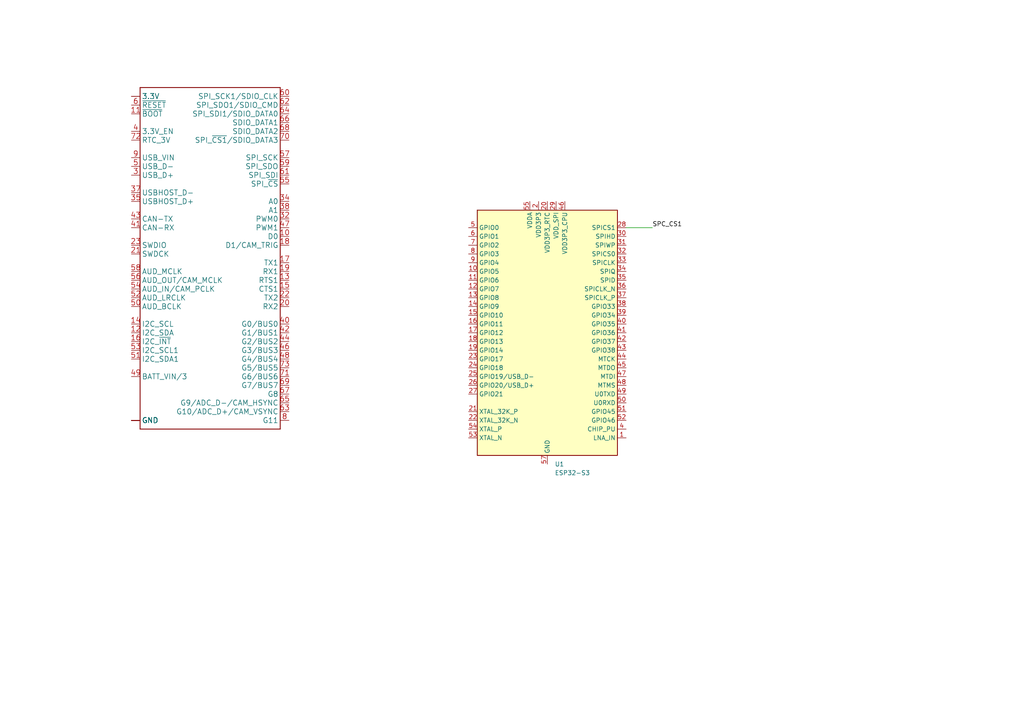
<source format=kicad_sch>
(kicad_sch (version 20250114) (generator "eeschema") (generator_version "9.0")
  (paper "A4")
  (lib_symbols
    (symbol "MCU_Espressif:ESP32-S3"
      (property "Reference" "U" (at 10.16 -38.1 0))
      (property "Value" "ESP32-S3" (at 13.97 -40.64 0))
      (symbol "ESP32-S3_0_1"
        (rectangle (start -20.32 35.56) (end 20.32 -35.56) (stroke (width 0.254)) (fill (type background)))
      )
      (symbol "ESP32-S3_1_0"
        (pin passive line (at -5.08 38.1 270) (length 2.54) (hide yes) (name "VDDA") (number "56"))
        (pin bidirectional line (at 22.86 12.7 180) (length 2.54) (name "SPICLK_N") (number "36"))
        (pin bidirectional line (at 22.86 -10.16 180) (length 2.54) (name "MTDO") (number "45"))
        (pin bidirectional line (at 22.86 -22.86 180) (length 2.54) (name "GPIO45") (number "51"))
      )
      (symbol "ESP32-S3_1_1"
        (pin bidirectional line (at -22.86 30.48 0) (length 2.54) (name "GPIO0") (number "5"))
        (pin bidirectional line (at -22.86 27.94 0) (length 2.54) (name "GPIO1") (number "6"))
        (pin bidirectional line (at -22.86 25.4 0) (length 2.54) (name "GPIO2") (number "7"))
        (pin bidirectional line (at -22.86 22.86 0) (length 2.54) (name "GPIO3") (number "8"))
        (pin bidirectional line (at -22.86 20.32 0) (length 2.54) (name "GPIO4") (number "9"))
        (pin bidirectional line (at -22.86 17.78 0) (length 2.54) (name "GPIO5") (number "10"))
        (pin bidirectional line (at -22.86 15.24 0) (length 2.54) (name "GPIO6") (number "11"))
        (pin bidirectional line (at -22.86 12.7 0) (length 2.54) (name "GPIO7") (number "12"))
        (pin bidirectional line (at -22.86 10.16 0) (length 2.54) (name "GPIO8") (number "13"))
        (pin bidirectional line (at -22.86 7.62 0) (length 2.54) (name "GPIO9") (number "14"))
        (pin bidirectional line (at -22.86 5.08 0) (length 2.54) (name "GPIO10") (number "15"))
        (pin bidirectional line (at -22.86 2.54 0) (length 2.54) (name "GPIO11") (number "16"))
        (pin bidirectional line (at -22.86 0 0) (length 2.54) (name "GPIO12") (number "17"))
        (pin bidirectional line (at -22.86 -2.54 0) (length 2.54) (name "GPIO13") (number "18"))
        (pin bidirectional line (at -22.86 -5.08 0) (length 2.54) (name "GPIO14") (number "19"))
        (pin bidirectional line (at -22.86 -7.62 0) (length 2.54) (name "GPIO17") (number "23"))
        (pin bidirectional line (at -22.86 -10.16 0) (length 2.54) (name "GPIO18") (number "24"))
        (pin bidirectional line (at -22.86 -12.7 0) (length 2.54) (name "GPIO19/USB_D-") (number "25"))
        (pin bidirectional line (at -22.86 -15.24 0) (length 2.54) (name "GPIO20/USB_D+") (number "26"))
        (pin bidirectional line (at -22.86 -17.78 0) (length 2.54) (name "GPIO21") (number "27"))
        (pin passive line (at -22.86 -22.86 0) (length 2.54) (name "XTAL_32K_P") (number "21"))
        (pin passive line (at -22.86 -25.4 0) (length 2.54) (name "XTAL_32K_N") (number "22"))
        (pin input line (at -22.86 -27.94 0) (length 2.54) (name "XTAL_P") (number "54"))
        (pin output line (at -22.86 -30.48 0) (length 2.54) (name "XTAL_N") (number "53"))
        (pin power_in line (at -5.08 38.1 270) (length 2.54) (name "VDDA") (number "55"))
        (pin power_in line (at -2.54 38.1 270) (length 2.54) (name "VDD3P3") (number "2"))
        (pin passive line (at -2.54 38.1 270) (length 2.54) (hide yes) (name "VDD3P3") (number "3"))
        (pin power_in line (at 0 38.1 270) (length 2.54) (name "VDD3P3_RTC") (number "20"))
        (pin power_in line (at 0 -38.1 90) (length 2.54) (name "GND") (number "57"))
        (pin power_in line (at 2.54 38.1 270) (length 2.54) (name "VDD_SPI") (number "29"))
        (pin power_in line (at 5.08 38.1 270) (length 2.54) (name "VDD3P3_CPU") (number "46"))
        (pin bidirectional line (at 22.86 30.48 180) (length 2.54) (name "SPICS1") (number "28"))
        (pin bidirectional line (at 22.86 27.94 180) (length 2.54) (name "SPIHD") (number "30"))
        (pin bidirectional line (at 22.86 25.4 180) (length 2.54) (name "SPIWP") (number "31"))
        (pin bidirectional line (at 22.86 22.86 180) (length 2.54) (name "SPICS0") (number "32"))
        (pin bidirectional line (at 22.86 20.32 180) (length 2.54) (name "SPICLK") (number "33"))
        (pin bidirectional line (at 22.86 17.78 180) (length 2.54) (name "SPIQ") (number "34"))
        (pin bidirectional line (at 22.86 15.24 180) (length 2.54) (name "SPID") (number "35"))
        (pin bidirectional line (at 22.86 10.16 180) (length 2.54) (name "SPICLK_P") (number "37"))
        (pin bidirectional line (at 22.86 7.62 180) (length 2.54) (name "GPIO33") (number "38"))
        (pin bidirectional line (at 22.86 5.08 180) (length 2.54) (name "GPIO34") (number "39"))
        (pin bidirectional line (at 22.86 2.54 180) (length 2.54) (name "GPIO35") (number "40"))
        (pin bidirectional line (at 22.86 0 180) (length 2.54) (name "GPIO36") (number "41"))
        (pin bidirectional line (at 22.86 -2.54 180) (length 2.54) (name "GPIO37") (number "42"))
        (pin bidirectional line (at 22.86 -5.08 180) (length 2.54) (name "GPIO38") (number "43"))
        (pin bidirectional line (at 22.86 -7.62 180) (length 2.54) (name "MTCK") (number "44"))
        (pin bidirectional line (at 22.86 -12.7 180) (length 2.54) (name "MTDI") (number "47"))
        (pin bidirectional line (at 22.86 -15.24 180) (length 2.54) (name "MTMS") (number "48"))
        (pin bidirectional line (at 22.86 -17.78 180) (length 2.54) (name "U0TXD") (number "49"))
        (pin bidirectional line (at 22.86 -20.32 180) (length 2.54) (name "U0RXD") (number "50"))
        (pin bidirectional line (at 22.86 -25.4 180) (length 2.54) (name "GPIO46") (number "52"))
        (pin input line (at 22.86 -27.94 180) (length 2.54) (name "CHIP_PU") (number "4"))
        (pin bidirectional line (at 22.86 -30.48 180) (length 2.54) (name "LNA_IN") (number "1"))
      )
    )
    (symbol "SparkFunEagleMicroMod:MICROMOD-2222"
      (symbol "MICROMOD-2222_1_0"
        (polyline (pts (xy -20.32 53.34) (xy 20.32 53.34)) (stroke (width 0.254)))
        (polyline (pts (xy -20.32 -45.72) (xy -20.32 53.34)) (stroke (width 0.254)))
        (polyline (pts (xy 20.32 53.34) (xy 20.32 -45.72)) (stroke (width 0.254)))
        (polyline (pts (xy 20.32 -45.72) (xy -20.32 -45.72)) (stroke (width 0.254)))
        (pin bidirectional line (at -22.86 50.8 0) (length 2.54) (name "3.3V") (number "2"))
        (pin bidirectional line (at -22.86 50.8 0) (length 2.54) (name "3.3V") (number "74"))
        (pin bidirectional line (at -22.86 48.26 0) (length 2.54) (name "~{RESET}") (number "6"))
        (pin bidirectional line (at -22.86 45.72 0) (length 2.54) (name "~{BOOT}") (number "11"))
        (pin bidirectional line (at -22.86 40.64 0) (length 2.54) (name "3.3V_EN") (number "4"))
        (pin bidirectional line (at -22.86 38.1 0) (length 2.54) (name "RTC_3V") (number "72"))
        (pin bidirectional line (at -22.86 33.02 0) (length 2.54) (name "USB_VIN") (number "9"))
        (pin bidirectional line (at -22.86 30.48 0) (length 2.54) (name "USB_D-") (number "5"))
        (pin bidirectional line (at -22.86 27.94 0) (length 2.54) (name "USB_D+") (number "3"))
        (pin bidirectional line (at -22.86 22.86 0) (length 2.54) (name "USBHOST_D-") (number "37"))
        (pin bidirectional line (at -22.86 20.32 0) (length 2.54) (name "USBHOST_D+") (number "35"))
        (pin bidirectional line (at -22.86 15.24 0) (length 2.54) (name "CAN-TX") (number "43"))
        (pin bidirectional line (at -22.86 12.7 0) (length 2.54) (name "CAN-RX") (number "41"))
        (pin bidirectional line (at -22.86 7.62 0) (length 2.54) (name "SWDIO") (number "23"))
        (pin bidirectional line (at -22.86 5.08 0) (length 2.54) (name "SWDCK") (number "21"))
        (pin bidirectional line (at -22.86 0 0) (length 2.54) (name "AUD_MCLK") (number "58"))
        (pin bidirectional line (at -22.86 -2.54 0) (length 2.54) (name "AUD_OUT/CAM_MCLK") (number "56"))
        (pin bidirectional line (at -22.86 -5.08 0) (length 2.54) (name "AUD_IN/CAM_PCLK") (number "54"))
        (pin bidirectional line (at -22.86 -7.62 0) (length 2.54) (name "AUD_LRCLK") (number "52"))
        (pin bidirectional line (at -22.86 -10.16 0) (length 2.54) (name "AUD_BCLK") (number "50"))
        (pin bidirectional line (at -22.86 -15.24 0) (length 2.54) (name "I2C_SCL") (number "14"))
        (pin bidirectional line (at -22.86 -17.78 0) (length 2.54) (name "I2C_SDA") (number "12"))
        (pin bidirectional line (at -22.86 -20.32 0) (length 2.54) (name "I2C_~{INT}") (number "16"))
        (pin bidirectional line (at -22.86 -22.86 0) (length 2.54) (name "I2C_SCL1") (number "53"))
        (pin bidirectional line (at -22.86 -25.4 0) (length 2.54) (name "I2C_SDA1") (number "51"))
        (pin bidirectional line (at -22.86 -30.48 0) (length 2.54) (name "BATT_VIN/3") (number "49"))
        (pin bidirectional line (at -22.86 -43.18 0) (length 2.54) (name "GND") (number "1"))
        (pin bidirectional line (at -22.86 -43.18 0) (length 2.54) (name "GND") (number "33"))
        (pin bidirectional line (at -22.86 -43.18 0) (length 2.54) (name "GND") (number "36"))
        (pin bidirectional line (at -22.86 -43.18 0) (length 2.54) (name "GND") (number "39"))
        (pin bidirectional line (at -22.86 -43.18 0) (length 2.54) (name "GND") (number "45"))
        (pin bidirectional line (at -22.86 -43.18 0) (length 2.54) (name "GND") (number "7"))
        (pin bidirectional line (at -22.86 -43.18 0) (length 2.54) (name "GND") (number "75"))
        (pin bidirectional line (at -22.86 -43.18 0) (length 2.54) (name "GND") (number "GND1"))
        (pin bidirectional line (at -22.86 -43.18 0) (length 2.54) (name "GND") (number "GND2"))
        (pin bidirectional line (at -22.86 -43.18 0) (length 2.54) (name "GND") (number "GND3"))
        (pin bidirectional line (at 22.86 50.8 180) (length 2.54) (name "SPI_SCK1/SDIO_CLK") (number "60"))
        (pin bidirectional line (at 22.86 48.26 180) (length 2.54) (name "SPI_SDO1/SDIO_CMD") (number "62"))
        (pin bidirectional line (at 22.86 45.72 180) (length 2.54) (name "SPI_SDI1/SDIO_DATA0") (number "64"))
        (pin bidirectional line (at 22.86 43.18 180) (length 2.54) (name "SDIO_DATA1") (number "66"))
        (pin bidirectional line (at 22.86 40.64 180) (length 2.54) (name "SDIO_DATA2") (number "68"))
        (pin bidirectional line (at 22.86 38.1 180) (length 2.54) (name "SPI_~{CS1}/SDIO_DATA3") (number "70"))
        (pin bidirectional line (at 22.86 33.02 180) (length 2.54) (name "SPI_SCK") (number "57"))
        (pin bidirectional line (at 22.86 30.48 180) (length 2.54) (name "SPI_SDO") (number "59"))
        (pin bidirectional line (at 22.86 27.94 180) (length 2.54) (name "SPI_SDI") (number "61"))
        (pin bidirectional line (at 22.86 25.4 180) (length 2.54) (name "SPI_~{CS}") (number "55"))
        (pin bidirectional line (at 22.86 20.32 180) (length 2.54) (name "A0") (number "34"))
        (pin bidirectional line (at 22.86 17.78 180) (length 2.54) (name "A1") (number "38"))
        (pin bidirectional line (at 22.86 15.24 180) (length 2.54) (name "PWM0") (number "32"))
        (pin bidirectional line (at 22.86 12.7 180) (length 2.54) (name "PWM1") (number "47"))
        (pin bidirectional line (at 22.86 10.16 180) (length 2.54) (name "D0") (number "10"))
        (pin bidirectional line (at 22.86 7.62 180) (length 2.54) (name "D1/CAM_TRIG") (number "18"))
        (pin bidirectional line (at 22.86 2.54 180) (length 2.54) (name "TX1") (number "17"))
        (pin bidirectional line (at 22.86 0 180) (length 2.54) (name "RX1") (number "19"))
        (pin bidirectional line (at 22.86 -2.54 180) (length 2.54) (name "RTS1") (number "13"))
        (pin bidirectional line (at 22.86 -5.08 180) (length 2.54) (name "CTS1") (number "15"))
        (pin bidirectional line (at 22.86 -7.62 180) (length 2.54) (name "TX2") (number "22"))
        (pin bidirectional line (at 22.86 -10.16 180) (length 2.54) (name "RX2") (number "20"))
        (pin bidirectional line (at 22.86 -15.24 180) (length 2.54) (name "G0/BUS0") (number "40"))
        (pin bidirectional line (at 22.86 -17.78 180) (length 2.54) (name "G1/BUS1") (number "42"))
        (pin bidirectional line (at 22.86 -20.32 180) (length 2.54) (name "G2/BUS2") (number "44"))
        (pin bidirectional line (at 22.86 -22.86 180) (length 2.54) (name "G3/BUS3") (number "46"))
        (pin bidirectional line (at 22.86 -25.4 180) (length 2.54) (name "G4/BUS4") (number "48"))
        (pin bidirectional line (at 22.86 -27.94 180) (length 2.54) (name "G5/BUS5") (number "73"))
        (pin bidirectional line (at 22.86 -30.48 180) (length 2.54) (name "G6/BUS6") (number "71"))
        (pin bidirectional line (at 22.86 -33.02 180) (length 2.54) (name "G7/BUS7") (number "69"))
        (pin bidirectional line (at 22.86 -35.56 180) (length 2.54) (name "G8") (number "67"))
        (pin bidirectional line (at 22.86 -38.1 180) (length 2.54) (name "G9/ADC_D-/CAM_HSYNC") (number "65"))
        (pin bidirectional line (at 22.86 -40.64 180) (length 2.54) (name "G10/ADC_D+/CAM_VSYNC") (number "63"))
        (pin bidirectional line (at 22.86 -43.18 180) (length 2.54) (name "G11") (number "8"))
      )
    )
  )
  (wire (pts (xy 189.23 66.04) (xy 181.61 66.04)))
  (label "SPC_CS1" (at 189.23 66.04 0))
  (symbol (lib_id "SparkFunEagleMicroMod:MICROMOD-2222") (at 60.96 78.74 0) (unit 1)
    (property "Reference" "J1" (effects (hide yes)))
    (property "Footprint" "SparkFunEagleMicroMod:M.2-CARD-E-22" (effects (hide yes)))
    (property "Description" "MicroMod Connector\n\nDescription: A card edge connector and mating PCB connector to allow various MicroMod Processor Boards to be coupled with various carrier boards of different capabilities. Based on the M.2 standard." (effects (hide yes)))
  )
  (symbol (lib_id "MCU_Espressif:ESP32-S3") (at 158.75 96.52 0) (unit 1)
    (property "Reference" "U1" (at 160.8933 134.62 0) (effects (justify left)))
    (property "Value" "ESP32-S3" (at 160.8933 137.16 0) (effects (justify left)))
    (property "Footprint" "Package_DFN_QFN:QFN-56-1EP_7x7mm_P0.4mm_EP4x4mm" (effects (hide yes)))
    (property "Datasheet" "https://www.espressif.com/sites/default/files/documentation/esp32-s3_datasheet_en.pdf" (effects (hide yes)))
    (property "Description" "Microcontroller, Wi-Fi 802.11b/g/n, Bluetooth, 32bit" (effects (hide yes)))
  )
)
</source>
